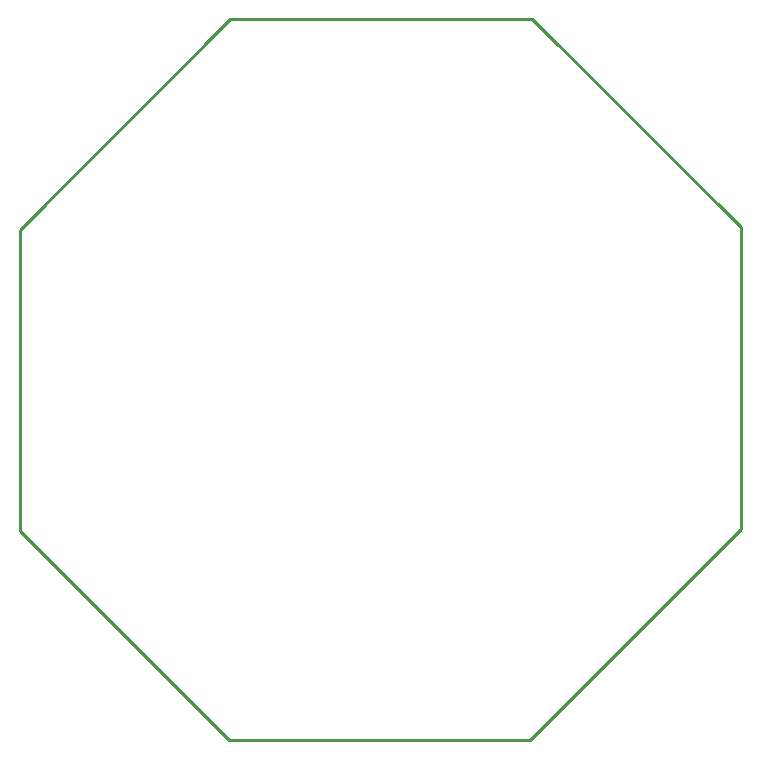
<source format=gbr>
G04 EAGLE Gerber RS-274X export*
G75*
%MOMM*%
%FSLAX34Y34*%
%LPD*%
%IN*%
%IPPOS*%
%AMOC8*
5,1,8,0,0,1.08239X$1,22.5*%
G01*
%ADD10C,0.254000*%


D10*
X-183015Y421382D02*
X-182982Y167039D01*
X-5500Y-10503D01*
X249065Y-10494D01*
X427547Y168088D01*
X427442Y423752D01*
X250886Y600071D01*
X-4659Y599920D01*
X-183015Y421382D01*
M02*

</source>
